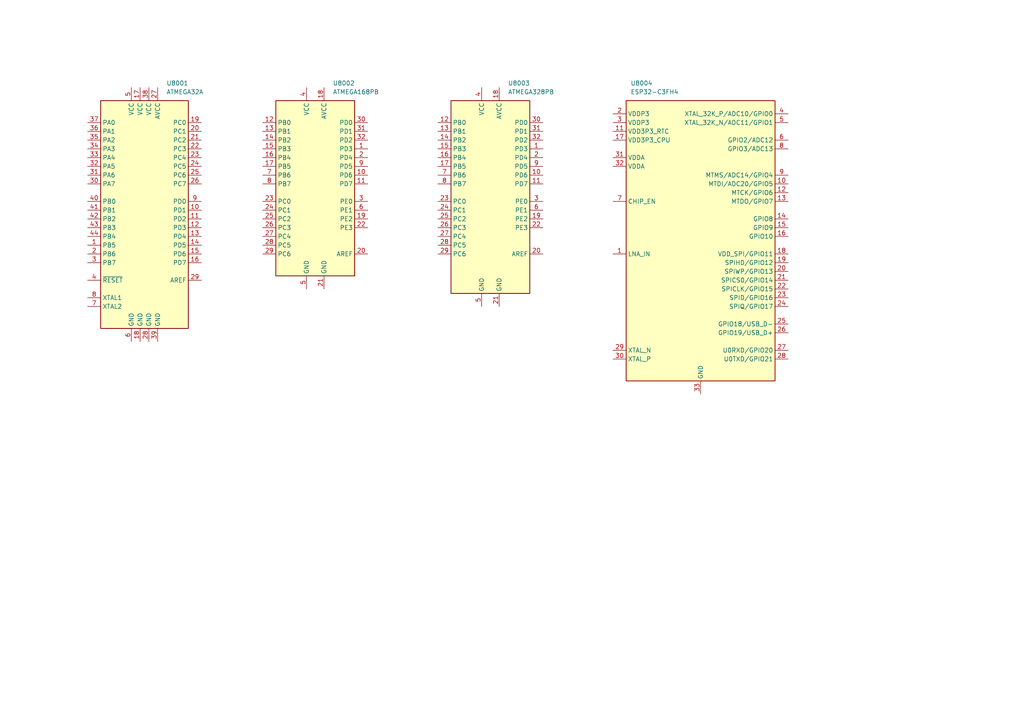
<source format=kicad_sch>
(kicad_sch
	(version 20250114)
	(generator "eeschema")
	(generator_version "9.0")
	(uuid "ed99596e-f605-4b5f-a4c2-cdf026f2e7c3")
	(paper "A4")
	(title_block
		(title "Integrated circuits")
		(date "2026-01-06")
		(rev "1")
		(comment 1 "-")
		(comment 2 "-")
	)
	(lib_symbols
		(symbol "lily_symbols:ic_micro_controller_ATMEGA168PB_tqfp32"
			(exclude_from_sim no)
			(in_bom yes)
			(on_board yes)
			(property "Reference" "U"
				(at 20.32 11.43 0)
				(effects
					(font
						(size 1.27 1.27)
					)
					(justify left)
				)
			)
			(property "Value" "ATMEGA168PB"
				(at 20.32 8.89 0)
				(effects
					(font
						(size 1.27 1.27)
					)
					(justify left)
				)
			)
			(property "Footprint" "lily_footprints:tqfp32_pitch0.8_7x7mm"
				(at 15.24 -66.04 0)
				(effects
					(font
						(size 1.27 1.27)
					)
					(hide yes)
				)
			)
			(property "Datasheet" "https://lilytronics.github.io/lily_kicad_lib/datasheets/microchip/ATMEGA48_88_168PB.pdf"
				(at 15.24 -78.74 0)
				(effects
					(font
						(size 1.27 1.27)
					)
					(hide yes)
				)
			)
			(property "Description" ""
				(at 0 0 0)
				(effects
					(font
						(size 1.27 1.27)
					)
					(hide yes)
				)
			)
			(property "Revision" "1"
				(at 15.24 -60.96 0)
				(effects
					(font
						(size 1.27 1.27)
					)
					(hide yes)
				)
			)
			(property "Status" "Active"
				(at 15.24 -63.5 0)
				(effects
					(font
						(size 1.27 1.27)
					)
					(hide yes)
				)
			)
			(property "Manufacturer" "Microchip Tech"
				(at 15.24 -68.58 0)
				(effects
					(font
						(size 1.27 1.27)
					)
					(hide yes)
				)
			)
			(property "Manufacturer_ID" "ATMEGA168PB-AU"
				(at 15.24 -71.12 0)
				(effects
					(font
						(size 1.27 1.27)
					)
					(hide yes)
				)
			)
			(property "Lily_ID" "NO_ID"
				(at 15.24 -73.66 0)
				(effects
					(font
						(size 1.27 1.27)
					)
					(hide yes)
				)
			)
			(property "JLCPCB_ID" "C194438"
				(at 14.605 -76.2 0)
				(effects
					(font
						(size 1.27 1.27)
					)
					(hide yes)
				)
			)
			(symbol "ic_micro_controller_ATMEGA168PB_tqfp32_0_1"
				(rectangle
					(start 3.81 6.35)
					(end 26.67 -44.45)
					(stroke
						(width 0.254)
						(type default)
					)
					(fill
						(type background)
					)
				)
			)
			(symbol "ic_micro_controller_ATMEGA168PB_tqfp32_1_1"
				(pin bidirectional line
					(at 0 0 0)
					(length 3.81)
					(name "PB0"
						(effects
							(font
								(size 1.27 1.27)
							)
						)
					)
					(number "12"
						(effects
							(font
								(size 1.27 1.27)
							)
						)
					)
				)
				(pin bidirectional line
					(at 0 -2.54 0)
					(length 3.81)
					(name "PB1"
						(effects
							(font
								(size 1.27 1.27)
							)
						)
					)
					(number "13"
						(effects
							(font
								(size 1.27 1.27)
							)
						)
					)
				)
				(pin bidirectional line
					(at 0 -5.08 0)
					(length 3.81)
					(name "PB2"
						(effects
							(font
								(size 1.27 1.27)
							)
						)
					)
					(number "14"
						(effects
							(font
								(size 1.27 1.27)
							)
						)
					)
				)
				(pin bidirectional line
					(at 0 -7.62 0)
					(length 3.81)
					(name "PB3"
						(effects
							(font
								(size 1.27 1.27)
							)
						)
					)
					(number "15"
						(effects
							(font
								(size 1.27 1.27)
							)
						)
					)
				)
				(pin bidirectional line
					(at 0 -10.16 0)
					(length 3.81)
					(name "PB4"
						(effects
							(font
								(size 1.27 1.27)
							)
						)
					)
					(number "16"
						(effects
							(font
								(size 1.27 1.27)
							)
						)
					)
				)
				(pin bidirectional line
					(at 0 -12.7 0)
					(length 3.81)
					(name "PB5"
						(effects
							(font
								(size 1.27 1.27)
							)
						)
					)
					(number "17"
						(effects
							(font
								(size 1.27 1.27)
							)
						)
					)
				)
				(pin bidirectional line
					(at 0 -15.24 0)
					(length 3.81)
					(name "PB6"
						(effects
							(font
								(size 1.27 1.27)
							)
						)
					)
					(number "7"
						(effects
							(font
								(size 1.27 1.27)
							)
						)
					)
				)
				(pin bidirectional line
					(at 0 -17.78 0)
					(length 3.81)
					(name "PB7"
						(effects
							(font
								(size 1.27 1.27)
							)
						)
					)
					(number "8"
						(effects
							(font
								(size 1.27 1.27)
							)
						)
					)
				)
				(pin bidirectional line
					(at 0 -22.86 0)
					(length 3.81)
					(name "PC0"
						(effects
							(font
								(size 1.27 1.27)
							)
						)
					)
					(number "23"
						(effects
							(font
								(size 1.27 1.27)
							)
						)
					)
				)
				(pin bidirectional line
					(at 0 -25.4 0)
					(length 3.81)
					(name "PC1"
						(effects
							(font
								(size 1.27 1.27)
							)
						)
					)
					(number "24"
						(effects
							(font
								(size 1.27 1.27)
							)
						)
					)
				)
				(pin bidirectional line
					(at 0 -27.94 0)
					(length 3.81)
					(name "PC2"
						(effects
							(font
								(size 1.27 1.27)
							)
						)
					)
					(number "25"
						(effects
							(font
								(size 1.27 1.27)
							)
						)
					)
				)
				(pin bidirectional line
					(at 0 -30.48 0)
					(length 3.81)
					(name "PC3"
						(effects
							(font
								(size 1.27 1.27)
							)
						)
					)
					(number "26"
						(effects
							(font
								(size 1.27 1.27)
							)
						)
					)
				)
				(pin bidirectional line
					(at 0 -33.02 0)
					(length 3.81)
					(name "PC4"
						(effects
							(font
								(size 1.27 1.27)
							)
						)
					)
					(number "27"
						(effects
							(font
								(size 1.27 1.27)
							)
						)
					)
				)
				(pin bidirectional line
					(at 0 -35.56 0)
					(length 3.81)
					(name "PC5"
						(effects
							(font
								(size 1.27 1.27)
							)
						)
					)
					(number "28"
						(effects
							(font
								(size 1.27 1.27)
							)
						)
					)
				)
				(pin bidirectional line
					(at 0 -38.1 0)
					(length 3.81)
					(name "PC6"
						(effects
							(font
								(size 1.27 1.27)
							)
						)
					)
					(number "29"
						(effects
							(font
								(size 1.27 1.27)
							)
						)
					)
				)
				(pin power_in line
					(at 12.7 10.16 270)
					(length 3.81)
					(name "VCC"
						(effects
							(font
								(size 1.27 1.27)
							)
						)
					)
					(number "4"
						(effects
							(font
								(size 1.27 1.27)
							)
						)
					)
				)
				(pin power_in line
					(at 12.7 -48.26 90)
					(length 3.81)
					(name "GND"
						(effects
							(font
								(size 1.27 1.27)
							)
						)
					)
					(number "5"
						(effects
							(font
								(size 1.27 1.27)
							)
						)
					)
				)
				(pin power_in line
					(at 17.78 10.16 270)
					(length 3.81)
					(name "AVCC"
						(effects
							(font
								(size 1.27 1.27)
							)
						)
					)
					(number "18"
						(effects
							(font
								(size 1.27 1.27)
							)
						)
					)
				)
				(pin power_in line
					(at 17.78 -48.26 90)
					(length 3.81)
					(name "GND"
						(effects
							(font
								(size 1.27 1.27)
							)
						)
					)
					(number "21"
						(effects
							(font
								(size 1.27 1.27)
							)
						)
					)
				)
				(pin bidirectional line
					(at 30.48 0 180)
					(length 3.81)
					(name "PD0"
						(effects
							(font
								(size 1.27 1.27)
							)
						)
					)
					(number "30"
						(effects
							(font
								(size 1.27 1.27)
							)
						)
					)
				)
				(pin bidirectional line
					(at 30.48 -2.54 180)
					(length 3.81)
					(name "PD1"
						(effects
							(font
								(size 1.27 1.27)
							)
						)
					)
					(number "31"
						(effects
							(font
								(size 1.27 1.27)
							)
						)
					)
				)
				(pin bidirectional line
					(at 30.48 -5.08 180)
					(length 3.81)
					(name "PD2"
						(effects
							(font
								(size 1.27 1.27)
							)
						)
					)
					(number "32"
						(effects
							(font
								(size 1.27 1.27)
							)
						)
					)
				)
				(pin bidirectional line
					(at 30.48 -7.62 180)
					(length 3.81)
					(name "PD3"
						(effects
							(font
								(size 1.27 1.27)
							)
						)
					)
					(number "1"
						(effects
							(font
								(size 1.27 1.27)
							)
						)
					)
				)
				(pin bidirectional line
					(at 30.48 -10.16 180)
					(length 3.81)
					(name "PD4"
						(effects
							(font
								(size 1.27 1.27)
							)
						)
					)
					(number "2"
						(effects
							(font
								(size 1.27 1.27)
							)
						)
					)
				)
				(pin bidirectional line
					(at 30.48 -12.7 180)
					(length 3.81)
					(name "PD5"
						(effects
							(font
								(size 1.27 1.27)
							)
						)
					)
					(number "9"
						(effects
							(font
								(size 1.27 1.27)
							)
						)
					)
				)
				(pin bidirectional line
					(at 30.48 -15.24 180)
					(length 3.81)
					(name "PD6"
						(effects
							(font
								(size 1.27 1.27)
							)
						)
					)
					(number "10"
						(effects
							(font
								(size 1.27 1.27)
							)
						)
					)
				)
				(pin bidirectional line
					(at 30.48 -17.78 180)
					(length 3.81)
					(name "PD7"
						(effects
							(font
								(size 1.27 1.27)
							)
						)
					)
					(number "11"
						(effects
							(font
								(size 1.27 1.27)
							)
						)
					)
				)
				(pin bidirectional line
					(at 30.48 -22.86 180)
					(length 3.81)
					(name "PE0"
						(effects
							(font
								(size 1.27 1.27)
							)
						)
					)
					(number "3"
						(effects
							(font
								(size 1.27 1.27)
							)
						)
					)
				)
				(pin bidirectional line
					(at 30.48 -25.4 180)
					(length 3.81)
					(name "PE1"
						(effects
							(font
								(size 1.27 1.27)
							)
						)
					)
					(number "6"
						(effects
							(font
								(size 1.27 1.27)
							)
						)
					)
				)
				(pin bidirectional line
					(at 30.48 -27.94 180)
					(length 3.81)
					(name "PE2"
						(effects
							(font
								(size 1.27 1.27)
							)
						)
					)
					(number "19"
						(effects
							(font
								(size 1.27 1.27)
							)
						)
					)
				)
				(pin bidirectional line
					(at 30.48 -30.48 180)
					(length 3.81)
					(name "PE3"
						(effects
							(font
								(size 1.27 1.27)
							)
						)
					)
					(number "22"
						(effects
							(font
								(size 1.27 1.27)
							)
						)
					)
				)
				(pin power_in line
					(at 30.48 -38.1 180)
					(length 3.81)
					(name "AREF"
						(effects
							(font
								(size 1.27 1.27)
							)
						)
					)
					(number "20"
						(effects
							(font
								(size 1.27 1.27)
							)
						)
					)
				)
			)
			(embedded_fonts no)
		)
		(symbol "lily_symbols:ic_micro_controller_ATMEGA328PB_tqfp32"
			(exclude_from_sim no)
			(in_bom yes)
			(on_board yes)
			(property "Reference" "U"
				(at 20.32 11.43 0)
				(effects
					(font
						(size 1.27 1.27)
					)
					(justify left)
				)
			)
			(property "Value" "ATMEGA328PB"
				(at 20.32 8.89 0)
				(effects
					(font
						(size 1.27 1.27)
					)
					(justify left)
				)
			)
			(property "Footprint" "lily_footprints:tqfp32_pitch0.8_7x7mm"
				(at 15.24 -68.58 0)
				(effects
					(font
						(size 1.27 1.27)
					)
					(hide yes)
				)
			)
			(property "Datasheet" "https://lilytronics.github.io/lily_kicad_lib/datasheets/microchip/ATMEGA328PB.pdf"
				(at 15.24 -81.28 0)
				(effects
					(font
						(size 1.27 1.27)
					)
					(hide yes)
				)
			)
			(property "Description" ""
				(at 0 0 0)
				(effects
					(font
						(size 1.27 1.27)
					)
					(hide yes)
				)
			)
			(property "Revision" "1"
				(at 15.24 -63.5 0)
				(effects
					(font
						(size 1.27 1.27)
					)
					(hide yes)
				)
			)
			(property "Status" "Active"
				(at 15.24 -66.04 0)
				(effects
					(font
						(size 1.27 1.27)
					)
					(hide yes)
				)
			)
			(property "Manufacturer" "Microchip Tech"
				(at 15.24 -71.12 0)
				(effects
					(font
						(size 1.27 1.27)
					)
					(hide yes)
				)
			)
			(property "Manufacturer_ID" "ATMEGA328PB-AU"
				(at 15.24 -73.66 0)
				(effects
					(font
						(size 1.27 1.27)
					)
					(hide yes)
				)
			)
			(property "Lily_ID" "NO_ID"
				(at 15.24 -76.2 0)
				(effects
					(font
						(size 1.27 1.27)
					)
					(hide yes)
				)
			)
			(property "JLCPCB_ID" "C132230"
				(at 14.605 -78.74 0)
				(effects
					(font
						(size 1.27 1.27)
					)
					(hide yes)
				)
			)
			(symbol "ic_micro_controller_ATMEGA328PB_tqfp32_0_1"
				(rectangle
					(start 3.81 6.35)
					(end 26.67 -49.53)
					(stroke
						(width 0.254)
						(type default)
					)
					(fill
						(type background)
					)
				)
			)
			(symbol "ic_micro_controller_ATMEGA328PB_tqfp32_1_1"
				(pin bidirectional line
					(at 0 0 0)
					(length 3.81)
					(name "PB0"
						(effects
							(font
								(size 1.27 1.27)
							)
						)
					)
					(number "12"
						(effects
							(font
								(size 1.27 1.27)
							)
						)
					)
				)
				(pin bidirectional line
					(at 0 -2.54 0)
					(length 3.81)
					(name "PB1"
						(effects
							(font
								(size 1.27 1.27)
							)
						)
					)
					(number "13"
						(effects
							(font
								(size 1.27 1.27)
							)
						)
					)
				)
				(pin bidirectional line
					(at 0 -5.08 0)
					(length 3.81)
					(name "PB2"
						(effects
							(font
								(size 1.27 1.27)
							)
						)
					)
					(number "14"
						(effects
							(font
								(size 1.27 1.27)
							)
						)
					)
				)
				(pin bidirectional line
					(at 0 -7.62 0)
					(length 3.81)
					(name "PB3"
						(effects
							(font
								(size 1.27 1.27)
							)
						)
					)
					(number "15"
						(effects
							(font
								(size 1.27 1.27)
							)
						)
					)
				)
				(pin bidirectional line
					(at 0 -10.16 0)
					(length 3.81)
					(name "PB4"
						(effects
							(font
								(size 1.27 1.27)
							)
						)
					)
					(number "16"
						(effects
							(font
								(size 1.27 1.27)
							)
						)
					)
				)
				(pin bidirectional line
					(at 0 -12.7 0)
					(length 3.81)
					(name "PB5"
						(effects
							(font
								(size 1.27 1.27)
							)
						)
					)
					(number "17"
						(effects
							(font
								(size 1.27 1.27)
							)
						)
					)
				)
				(pin bidirectional line
					(at 0 -15.24 0)
					(length 3.81)
					(name "PB6"
						(effects
							(font
								(size 1.27 1.27)
							)
						)
					)
					(number "7"
						(effects
							(font
								(size 1.27 1.27)
							)
						)
					)
				)
				(pin bidirectional line
					(at 0 -17.78 0)
					(length 3.81)
					(name "PB7"
						(effects
							(font
								(size 1.27 1.27)
							)
						)
					)
					(number "8"
						(effects
							(font
								(size 1.27 1.27)
							)
						)
					)
				)
				(pin bidirectional line
					(at 0 -22.86 0)
					(length 3.81)
					(name "PC0"
						(effects
							(font
								(size 1.27 1.27)
							)
						)
					)
					(number "23"
						(effects
							(font
								(size 1.27 1.27)
							)
						)
					)
				)
				(pin bidirectional line
					(at 0 -25.4 0)
					(length 3.81)
					(name "PC1"
						(effects
							(font
								(size 1.27 1.27)
							)
						)
					)
					(number "24"
						(effects
							(font
								(size 1.27 1.27)
							)
						)
					)
				)
				(pin bidirectional line
					(at 0 -27.94 0)
					(length 3.81)
					(name "PC2"
						(effects
							(font
								(size 1.27 1.27)
							)
						)
					)
					(number "25"
						(effects
							(font
								(size 1.27 1.27)
							)
						)
					)
				)
				(pin bidirectional line
					(at 0 -30.48 0)
					(length 3.81)
					(name "PC3"
						(effects
							(font
								(size 1.27 1.27)
							)
						)
					)
					(number "26"
						(effects
							(font
								(size 1.27 1.27)
							)
						)
					)
				)
				(pin bidirectional line
					(at 0 -33.02 0)
					(length 3.81)
					(name "PC4"
						(effects
							(font
								(size 1.27 1.27)
							)
						)
					)
					(number "27"
						(effects
							(font
								(size 1.27 1.27)
							)
						)
					)
				)
				(pin bidirectional line
					(at 0 -35.56 0)
					(length 3.81)
					(name "PC5"
						(effects
							(font
								(size 1.27 1.27)
							)
						)
					)
					(number "28"
						(effects
							(font
								(size 1.27 1.27)
							)
						)
					)
				)
				(pin bidirectional line
					(at 0 -38.1 0)
					(length 3.81)
					(name "PC6"
						(effects
							(font
								(size 1.27 1.27)
							)
						)
					)
					(number "29"
						(effects
							(font
								(size 1.27 1.27)
							)
						)
					)
				)
				(pin power_in line
					(at 12.7 10.16 270)
					(length 3.81)
					(name "VCC"
						(effects
							(font
								(size 1.27 1.27)
							)
						)
					)
					(number "4"
						(effects
							(font
								(size 1.27 1.27)
							)
						)
					)
				)
				(pin power_in line
					(at 12.7 -53.34 90)
					(length 3.81)
					(name "GND"
						(effects
							(font
								(size 1.27 1.27)
							)
						)
					)
					(number "5"
						(effects
							(font
								(size 1.27 1.27)
							)
						)
					)
				)
				(pin power_in line
					(at 17.78 10.16 270)
					(length 3.81)
					(name "AVCC"
						(effects
							(font
								(size 1.27 1.27)
							)
						)
					)
					(number "18"
						(effects
							(font
								(size 1.27 1.27)
							)
						)
					)
				)
				(pin power_in line
					(at 17.78 -53.34 90)
					(length 3.81)
					(name "GND"
						(effects
							(font
								(size 1.27 1.27)
							)
						)
					)
					(number "21"
						(effects
							(font
								(size 1.27 1.27)
							)
						)
					)
				)
				(pin bidirectional line
					(at 30.48 0 180)
					(length 3.81)
					(name "PD0"
						(effects
							(font
								(size 1.27 1.27)
							)
						)
					)
					(number "30"
						(effects
							(font
								(size 1.27 1.27)
							)
						)
					)
				)
				(pin bidirectional line
					(at 30.48 -2.54 180)
					(length 3.81)
					(name "PD1"
						(effects
							(font
								(size 1.27 1.27)
							)
						)
					)
					(number "31"
						(effects
							(font
								(size 1.27 1.27)
							)
						)
					)
				)
				(pin bidirectional line
					(at 30.48 -5.08 180)
					(length 3.81)
					(name "PD2"
						(effects
							(font
								(size 1.27 1.27)
							)
						)
					)
					(number "32"
						(effects
							(font
								(size 1.27 1.27)
							)
						)
					)
				)
				(pin bidirectional line
					(at 30.48 -7.62 180)
					(length 3.81)
					(name "PD3"
						(effects
							(font
								(size 1.27 1.27)
							)
						)
					)
					(number "1"
						(effects
							(font
								(size 1.27 1.27)
							)
						)
					)
				)
				(pin bidirectional line
					(at 30.48 -10.16 180)
					(length 3.81)
					(name "PD4"
						(effects
							(font
								(size 1.27 1.27)
							)
						)
					)
					(number "2"
						(effects
							(font
								(size 1.27 1.27)
							)
						)
					)
				)
				(pin bidirectional line
					(at 30.48 -12.7 180)
					(length 3.81)
					(name "PD5"
						(effects
							(font
								(size 1.27 1.27)
							)
						)
					)
					(number "9"
						(effects
							(font
								(size 1.27 1.27)
							)
						)
					)
				)
				(pin bidirectional line
					(at 30.48 -15.24 180)
					(length 3.81)
					(name "PD6"
						(effects
							(font
								(size 1.27 1.27)
							)
						)
					)
					(number "10"
						(effects
							(font
								(size 1.27 1.27)
							)
						)
					)
				)
				(pin bidirectional line
					(at 30.48 -17.78 180)
					(length 3.81)
					(name "PD7"
						(effects
							(font
								(size 1.27 1.27)
							)
						)
					)
					(number "11"
						(effects
							(font
								(size 1.27 1.27)
							)
						)
					)
				)
				(pin bidirectional line
					(at 30.48 -22.86 180)
					(length 3.81)
					(name "PE0"
						(effects
							(font
								(size 1.27 1.27)
							)
						)
					)
					(number "3"
						(effects
							(font
								(size 1.27 1.27)
							)
						)
					)
				)
				(pin bidirectional line
					(at 30.48 -25.4 180)
					(length 3.81)
					(name "PE1"
						(effects
							(font
								(size 1.27 1.27)
							)
						)
					)
					(number "6"
						(effects
							(font
								(size 1.27 1.27)
							)
						)
					)
				)
				(pin bidirectional line
					(at 30.48 -27.94 180)
					(length 3.81)
					(name "PE2"
						(effects
							(font
								(size 1.27 1.27)
							)
						)
					)
					(number "19"
						(effects
							(font
								(size 1.27 1.27)
							)
						)
					)
				)
				(pin bidirectional line
					(at 30.48 -30.48 180)
					(length 3.81)
					(name "PE3"
						(effects
							(font
								(size 1.27 1.27)
							)
						)
					)
					(number "22"
						(effects
							(font
								(size 1.27 1.27)
							)
						)
					)
				)
				(pin power_in line
					(at 30.48 -38.1 180)
					(length 3.81)
					(name "AREF"
						(effects
							(font
								(size 1.27 1.27)
							)
						)
					)
					(number "20"
						(effects
							(font
								(size 1.27 1.27)
							)
						)
					)
				)
			)
			(embedded_fonts no)
		)
		(symbol "lily_symbols:ic_micro_controller_ATMEGA32A_tqfp44"
			(exclude_from_sim no)
			(in_bom yes)
			(on_board yes)
			(property "Reference" "U"
				(at 22.86 11.43 0)
				(effects
					(font
						(size 1.27 1.27)
					)
					(justify left)
				)
			)
			(property "Value" "ATMEGA32A"
				(at 22.86 8.89 0)
				(effects
					(font
						(size 1.27 1.27)
					)
					(justify left)
				)
			)
			(property "Footprint" "lily_footprints:tqfp44_pitch0.8_10x10mm"
				(at 16.51 -81.28 0)
				(effects
					(font
						(size 1.27 1.27)
					)
					(hide yes)
				)
			)
			(property "Datasheet" "https://lilytronics.github.io/lily_kicad_lib/datasheets/microchip/ATMEGA32A.pdf"
				(at -11.43 11.43 0)
				(effects
					(font
						(size 1.27 1.27)
					)
					(hide yes)
				)
			)
			(property "Description" ""
				(at 0 0 0)
				(effects
					(font
						(size 1.27 1.27)
					)
					(hide yes)
				)
			)
			(property "Revision" "1"
				(at 16.51 -76.2 0)
				(effects
					(font
						(size 1.27 1.27)
					)
					(hide yes)
				)
			)
			(property "Status" "Active"
				(at 16.51 -78.74 0)
				(effects
					(font
						(size 1.27 1.27)
					)
					(hide yes)
				)
			)
			(property "Manufacturer" "Microchip Tech"
				(at 16.51 -83.82 0)
				(effects
					(font
						(size 1.27 1.27)
					)
					(hide yes)
				)
			)
			(property "Manufacturer_ID" "ATMEGA32A-AU"
				(at 16.51 -86.36 0)
				(effects
					(font
						(size 1.27 1.27)
					)
					(hide yes)
				)
			)
			(property "Lily_ID" "NO_ID"
				(at 16.51 -88.9 0)
				(effects
					(font
						(size 1.27 1.27)
					)
					(hide yes)
				)
			)
			(property "JLCPCB_ID" "C5659"
				(at 16.51 -91.44 0)
				(effects
					(font
						(size 1.27 1.27)
					)
					(hide yes)
				)
			)
			(symbol "ic_micro_controller_ATMEGA32A_tqfp44_0_1"
				(rectangle
					(start 3.81 6.35)
					(end 29.21 -59.69)
					(stroke
						(width 0.254)
						(type default)
					)
					(fill
						(type background)
					)
				)
			)
			(symbol "ic_micro_controller_ATMEGA32A_tqfp44_1_1"
				(pin bidirectional line
					(at 0 0 0)
					(length 3.81)
					(name "PA0"
						(effects
							(font
								(size 1.27 1.27)
							)
						)
					)
					(number "37"
						(effects
							(font
								(size 1.27 1.27)
							)
						)
					)
				)
				(pin bidirectional line
					(at 0 -2.54 0)
					(length 3.81)
					(name "PA1"
						(effects
							(font
								(size 1.27 1.27)
							)
						)
					)
					(number "36"
						(effects
							(font
								(size 1.27 1.27)
							)
						)
					)
				)
				(pin bidirectional line
					(at 0 -5.08 0)
					(length 3.81)
					(name "PA2"
						(effects
							(font
								(size 1.27 1.27)
							)
						)
					)
					(number "35"
						(effects
							(font
								(size 1.27 1.27)
							)
						)
					)
				)
				(pin bidirectional line
					(at 0 -7.62 0)
					(length 3.81)
					(name "PA3"
						(effects
							(font
								(size 1.27 1.27)
							)
						)
					)
					(number "34"
						(effects
							(font
								(size 1.27 1.27)
							)
						)
					)
				)
				(pin bidirectional line
					(at 0 -10.16 0)
					(length 3.81)
					(name "PA4"
						(effects
							(font
								(size 1.27 1.27)
							)
						)
					)
					(number "33"
						(effects
							(font
								(size 1.27 1.27)
							)
						)
					)
				)
				(pin bidirectional line
					(at 0 -12.7 0)
					(length 3.81)
					(name "PA5"
						(effects
							(font
								(size 1.27 1.27)
							)
						)
					)
					(number "32"
						(effects
							(font
								(size 1.27 1.27)
							)
						)
					)
				)
				(pin bidirectional line
					(at 0 -15.24 0)
					(length 3.81)
					(name "PA6"
						(effects
							(font
								(size 1.27 1.27)
							)
						)
					)
					(number "31"
						(effects
							(font
								(size 1.27 1.27)
							)
						)
					)
				)
				(pin bidirectional line
					(at 0 -17.78 0)
					(length 3.81)
					(name "PA7"
						(effects
							(font
								(size 1.27 1.27)
							)
						)
					)
					(number "30"
						(effects
							(font
								(size 1.27 1.27)
							)
						)
					)
				)
				(pin bidirectional line
					(at 0 -22.86 0)
					(length 3.81)
					(name "PB0"
						(effects
							(font
								(size 1.27 1.27)
							)
						)
					)
					(number "40"
						(effects
							(font
								(size 1.27 1.27)
							)
						)
					)
				)
				(pin bidirectional line
					(at 0 -25.4 0)
					(length 3.81)
					(name "PB1"
						(effects
							(font
								(size 1.27 1.27)
							)
						)
					)
					(number "41"
						(effects
							(font
								(size 1.27 1.27)
							)
						)
					)
				)
				(pin bidirectional line
					(at 0 -27.94 0)
					(length 3.81)
					(name "PB2"
						(effects
							(font
								(size 1.27 1.27)
							)
						)
					)
					(number "42"
						(effects
							(font
								(size 1.27 1.27)
							)
						)
					)
				)
				(pin bidirectional line
					(at 0 -30.48 0)
					(length 3.81)
					(name "PB3"
						(effects
							(font
								(size 1.27 1.27)
							)
						)
					)
					(number "43"
						(effects
							(font
								(size 1.27 1.27)
							)
						)
					)
				)
				(pin bidirectional line
					(at 0 -33.02 0)
					(length 3.81)
					(name "PB4"
						(effects
							(font
								(size 1.27 1.27)
							)
						)
					)
					(number "44"
						(effects
							(font
								(size 1.27 1.27)
							)
						)
					)
				)
				(pin bidirectional line
					(at 0 -35.56 0)
					(length 3.81)
					(name "PB5"
						(effects
							(font
								(size 1.27 1.27)
							)
						)
					)
					(number "1"
						(effects
							(font
								(size 1.27 1.27)
							)
						)
					)
				)
				(pin bidirectional line
					(at 0 -38.1 0)
					(length 3.81)
					(name "PB6"
						(effects
							(font
								(size 1.27 1.27)
							)
						)
					)
					(number "2"
						(effects
							(font
								(size 1.27 1.27)
							)
						)
					)
				)
				(pin bidirectional line
					(at 0 -40.64 0)
					(length 3.81)
					(name "PB7"
						(effects
							(font
								(size 1.27 1.27)
							)
						)
					)
					(number "3"
						(effects
							(font
								(size 1.27 1.27)
							)
						)
					)
				)
				(pin input line
					(at 0 -45.72 0)
					(length 3.81)
					(name "~{RESET}"
						(effects
							(font
								(size 1.27 1.27)
							)
						)
					)
					(number "4"
						(effects
							(font
								(size 1.27 1.27)
							)
						)
					)
				)
				(pin bidirectional line
					(at 0 -50.8 0)
					(length 3.81)
					(name "XTAL1"
						(effects
							(font
								(size 1.27 1.27)
							)
						)
					)
					(number "8"
						(effects
							(font
								(size 1.27 1.27)
							)
						)
					)
				)
				(pin bidirectional line
					(at 0 -53.34 0)
					(length 3.81)
					(name "XTAL2"
						(effects
							(font
								(size 1.27 1.27)
							)
						)
					)
					(number "7"
						(effects
							(font
								(size 1.27 1.27)
							)
						)
					)
				)
				(pin power_in line
					(at 12.7 10.16 270)
					(length 3.81)
					(name "VCC"
						(effects
							(font
								(size 1.27 1.27)
							)
						)
					)
					(number "5"
						(effects
							(font
								(size 1.27 1.27)
							)
						)
					)
				)
				(pin power_in line
					(at 12.7 -63.5 90)
					(length 3.81)
					(name "GND"
						(effects
							(font
								(size 1.27 1.27)
							)
						)
					)
					(number "6"
						(effects
							(font
								(size 1.27 1.27)
							)
						)
					)
				)
				(pin power_in line
					(at 15.24 10.16 270)
					(length 3.81)
					(name "VCC"
						(effects
							(font
								(size 1.27 1.27)
							)
						)
					)
					(number "17"
						(effects
							(font
								(size 1.27 1.27)
							)
						)
					)
				)
				(pin power_in line
					(at 15.24 -63.5 90)
					(length 3.81)
					(name "GND"
						(effects
							(font
								(size 1.27 1.27)
							)
						)
					)
					(number "18"
						(effects
							(font
								(size 1.27 1.27)
							)
						)
					)
				)
				(pin power_in line
					(at 17.78 10.16 270)
					(length 3.81)
					(name "VCC"
						(effects
							(font
								(size 1.27 1.27)
							)
						)
					)
					(number "38"
						(effects
							(font
								(size 1.27 1.27)
							)
						)
					)
				)
				(pin power_in line
					(at 17.78 -63.5 90)
					(length 3.81)
					(name "GND"
						(effects
							(font
								(size 1.27 1.27)
							)
						)
					)
					(number "28"
						(effects
							(font
								(size 1.27 1.27)
							)
						)
					)
				)
				(pin power_in line
					(at 20.32 10.16 270)
					(length 3.81)
					(name "AVCC"
						(effects
							(font
								(size 1.27 1.27)
							)
						)
					)
					(number "27"
						(effects
							(font
								(size 1.27 1.27)
							)
						)
					)
				)
				(pin power_in line
					(at 20.32 -63.5 90)
					(length 3.81)
					(name "GND"
						(effects
							(font
								(size 1.27 1.27)
							)
						)
					)
					(number "39"
						(effects
							(font
								(size 1.27 1.27)
							)
						)
					)
				)
				(pin bidirectional line
					(at 33.02 0 180)
					(length 3.81)
					(name "PC0"
						(effects
							(font
								(size 1.27 1.27)
							)
						)
					)
					(number "19"
						(effects
							(font
								(size 1.27 1.27)
							)
						)
					)
				)
				(pin bidirectional line
					(at 33.02 -2.54 180)
					(length 3.81)
					(name "PC1"
						(effects
							(font
								(size 1.27 1.27)
							)
						)
					)
					(number "20"
						(effects
							(font
								(size 1.27 1.27)
							)
						)
					)
				)
				(pin bidirectional line
					(at 33.02 -5.08 180)
					(length 3.81)
					(name "PC2"
						(effects
							(font
								(size 1.27 1.27)
							)
						)
					)
					(number "21"
						(effects
							(font
								(size 1.27 1.27)
							)
						)
					)
				)
				(pin bidirectional line
					(at 33.02 -7.62 180)
					(length 3.81)
					(name "PC3"
						(effects
							(font
								(size 1.27 1.27)
							)
						)
					)
					(number "22"
						(effects
							(font
								(size 1.27 1.27)
							)
						)
					)
				)
				(pin bidirectional line
					(at 33.02 -10.16 180)
					(length 3.81)
					(name "PC4"
						(effects
							(font
								(size 1.27 1.27)
							)
						)
					)
					(number "23"
						(effects
							(font
								(size 1.27 1.27)
							)
						)
					)
				)
				(pin bidirectional line
					(at 33.02 -12.7 180)
					(length 3.81)
					(name "PC5"
						(effects
							(font
								(size 1.27 1.27)
							)
						)
					)
					(number "24"
						(effects
							(font
								(size 1.27 1.27)
							)
						)
					)
				)
				(pin bidirectional line
					(at 33.02 -15.24 180)
					(length 3.81)
					(name "PC6"
						(effects
							(font
								(size 1.27 1.27)
							)
						)
					)
					(number "25"
						(effects
							(font
								(size 1.27 1.27)
							)
						)
					)
				)
				(pin bidirectional line
					(at 33.02 -17.78 180)
					(length 3.81)
					(name "PC7"
						(effects
							(font
								(size 1.27 1.27)
							)
						)
					)
					(number "26"
						(effects
							(font
								(size 1.27 1.27)
							)
						)
					)
				)
				(pin bidirectional line
					(at 33.02 -22.86 180)
					(length 3.81)
					(name "PD0"
						(effects
							(font
								(size 1.27 1.27)
							)
						)
					)
					(number "9"
						(effects
							(font
								(size 1.27 1.27)
							)
						)
					)
				)
				(pin bidirectional line
					(at 33.02 -25.4 180)
					(length 3.81)
					(name "PD1"
						(effects
							(font
								(size 1.27 1.27)
							)
						)
					)
					(number "10"
						(effects
							(font
								(size 1.27 1.27)
							)
						)
					)
				)
				(pin bidirectional line
					(at 33.02 -27.94 180)
					(length 3.81)
					(name "PD2"
						(effects
							(font
								(size 1.27 1.27)
							)
						)
					)
					(number "11"
						(effects
							(font
								(size 1.27 1.27)
							)
						)
					)
				)
				(pin bidirectional line
					(at 33.02 -30.48 180)
					(length 3.81)
					(name "PD3"
						(effects
							(font
								(size 1.27 1.27)
							)
						)
					)
					(number "12"
						(effects
							(font
								(size 1.27 1.27)
							)
						)
					)
				)
				(pin bidirectional line
					(at 33.02 -33.02 180)
					(length 3.81)
					(name "PD4"
						(effects
							(font
								(size 1.27 1.27)
							)
						)
					)
					(number "13"
						(effects
							(font
								(size 1.27 1.27)
							)
						)
					)
				)
				(pin bidirectional line
					(at 33.02 -35.56 180)
					(length 3.81)
					(name "PD5"
						(effects
							(font
								(size 1.27 1.27)
							)
						)
					)
					(number "14"
						(effects
							(font
								(size 1.27 1.27)
							)
						)
					)
				)
				(pin bidirectional line
					(at 33.02 -38.1 180)
					(length 3.81)
					(name "PD6"
						(effects
							(font
								(size 1.27 1.27)
							)
						)
					)
					(number "15"
						(effects
							(font
								(size 1.27 1.27)
							)
						)
					)
				)
				(pin bidirectional line
					(at 33.02 -40.64 180)
					(length 3.81)
					(name "PD7"
						(effects
							(font
								(size 1.27 1.27)
							)
						)
					)
					(number "16"
						(effects
							(font
								(size 1.27 1.27)
							)
						)
					)
				)
				(pin power_in line
					(at 33.02 -45.72 180)
					(length 3.81)
					(name "AREF"
						(effects
							(font
								(size 1.27 1.27)
							)
						)
					)
					(number "29"
						(effects
							(font
								(size 1.27 1.27)
							)
						)
					)
				)
			)
			(embedded_fonts no)
		)
		(symbol "lily_symbols:ic_micro_controller_ESP32-C3FH4_qfn32"
			(exclude_from_sim no)
			(in_bom yes)
			(on_board yes)
			(property "Reference" "U"
				(at 5.08 8.89 0)
				(effects
					(font
						(size 1.27 1.27)
					)
					(justify left)
				)
			)
			(property "Value" "ESP32-C3FH4"
				(at 5.08 6.35 0)
				(effects
					(font
						(size 1.27 1.27)
					)
					(justify left)
				)
			)
			(property "Footprint" "lily_footprints:qfn32_ep_pitch0.5mm_5x5mm"
				(at 25.4 -99.06 0)
				(effects
					(font
						(size 1.27 1.27)
					)
					(hide yes)
				)
			)
			(property "Datasheet" "https://lilytronics.github.io/lily_kicad_lib/datasheets/espressif/ESP32-C3.pdf"
				(at 25.4 -111.76 0)
				(effects
					(font
						(size 1.27 1.27)
					)
					(hide yes)
				)
			)
			(property "Description" ""
				(at 0 0 0)
				(effects
					(font
						(size 1.27 1.27)
					)
					(hide yes)
				)
			)
			(property "Revision" "1"
				(at 25.4 -93.98 0)
				(effects
					(font
						(size 1.27 1.27)
					)
					(hide yes)
				)
			)
			(property "Status" "Active"
				(at 25.4 -96.52 0)
				(effects
					(font
						(size 1.27 1.27)
					)
					(hide yes)
				)
			)
			(property "Manufacturer" "Espressif Systems"
				(at 25.4 -101.6 0)
				(effects
					(font
						(size 1.27 1.27)
					)
					(hide yes)
				)
			)
			(property "Manufacturer_ID" "ESP32-C3FH4"
				(at 25.4 -104.14 0)
				(effects
					(font
						(size 1.27 1.27)
					)
					(hide yes)
				)
			)
			(property "Lily_ID" "NO_ID"
				(at 25.4 -106.68 0)
				(effects
					(font
						(size 1.27 1.27)
					)
					(hide yes)
				)
			)
			(property "JLCPCB_ID" "C2858491"
				(at 25.4 -109.22 0)
				(effects
					(font
						(size 1.27 1.27)
					)
					(hide yes)
				)
			)
			(symbol "ic_micro_controller_ESP32-C3FH4_qfn32_0_1"
				(rectangle
					(start 3.81 3.81)
					(end 46.99 -77.47)
					(stroke
						(width 0.254)
						(type default)
					)
					(fill
						(type background)
					)
				)
			)
			(symbol "ic_micro_controller_ESP32-C3FH4_qfn32_1_1"
				(pin power_in line
					(at 0 0 0)
					(length 3.81)
					(name "VDDP3"
						(effects
							(font
								(size 1.27 1.27)
							)
						)
					)
					(number "2"
						(effects
							(font
								(size 1.27 1.27)
							)
						)
					)
				)
				(pin power_in line
					(at 0 -2.54 0)
					(length 3.81)
					(name "VDDP3"
						(effects
							(font
								(size 1.27 1.27)
							)
						)
					)
					(number "3"
						(effects
							(font
								(size 1.27 1.27)
							)
						)
					)
				)
				(pin power_in line
					(at 0 -5.08 0)
					(length 3.81)
					(name "VDD3P3_RTC"
						(effects
							(font
								(size 1.27 1.27)
							)
						)
					)
					(number "11"
						(effects
							(font
								(size 1.27 1.27)
							)
						)
					)
				)
				(pin power_in line
					(at 0 -7.62 0)
					(length 3.81)
					(name "VDD3P3_CPU"
						(effects
							(font
								(size 1.27 1.27)
							)
						)
					)
					(number "17"
						(effects
							(font
								(size 1.27 1.27)
							)
						)
					)
				)
				(pin power_in line
					(at 0 -12.7 0)
					(length 3.81)
					(name "VDDA"
						(effects
							(font
								(size 1.27 1.27)
							)
						)
					)
					(number "31"
						(effects
							(font
								(size 1.27 1.27)
							)
						)
					)
				)
				(pin power_in line
					(at 0 -15.24 0)
					(length 3.81)
					(name "VDDA"
						(effects
							(font
								(size 1.27 1.27)
							)
						)
					)
					(number "32"
						(effects
							(font
								(size 1.27 1.27)
							)
						)
					)
				)
				(pin input line
					(at 0 -25.4 0)
					(length 3.81)
					(name "CHIP_EN"
						(effects
							(font
								(size 1.27 1.27)
							)
						)
					)
					(number "7"
						(effects
							(font
								(size 1.27 1.27)
							)
						)
					)
				)
				(pin bidirectional line
					(at 0 -40.64 0)
					(length 3.81)
					(name "LNA_IN"
						(effects
							(font
								(size 1.27 1.27)
							)
						)
					)
					(number "1"
						(effects
							(font
								(size 1.27 1.27)
							)
						)
					)
				)
				(pin bidirectional line
					(at 0 -68.58 0)
					(length 3.81)
					(name "XTAL_N"
						(effects
							(font
								(size 1.27 1.27)
							)
						)
					)
					(number "29"
						(effects
							(font
								(size 1.27 1.27)
							)
						)
					)
				)
				(pin bidirectional line
					(at 0 -71.12 0)
					(length 3.81)
					(name "XTAL_P"
						(effects
							(font
								(size 1.27 1.27)
							)
						)
					)
					(number "30"
						(effects
							(font
								(size 1.27 1.27)
							)
						)
					)
				)
				(pin power_in line
					(at 25.4 -81.28 90)
					(length 3.81)
					(name "GND"
						(effects
							(font
								(size 1.27 1.27)
							)
						)
					)
					(number "33"
						(effects
							(font
								(size 1.27 1.27)
							)
						)
					)
				)
				(pin bidirectional line
					(at 50.8 0 180)
					(length 3.81)
					(name "XTAL_32K_P/ADC10/GPIO0"
						(effects
							(font
								(size 1.27 1.27)
							)
						)
					)
					(number "4"
						(effects
							(font
								(size 1.27 1.27)
							)
						)
					)
				)
				(pin bidirectional line
					(at 50.8 -2.54 180)
					(length 3.81)
					(name "XTAL_32K_N/ADC11/GPIO1"
						(effects
							(font
								(size 1.27 1.27)
							)
						)
					)
					(number "5"
						(effects
							(font
								(size 1.27 1.27)
							)
						)
					)
				)
				(pin bidirectional line
					(at 50.8 -7.62 180)
					(length 3.81)
					(name "GPIO2/ADC12"
						(effects
							(font
								(size 1.27 1.27)
							)
						)
					)
					(number "6"
						(effects
							(font
								(size 1.27 1.27)
							)
						)
					)
				)
				(pin bidirectional line
					(at 50.8 -10.16 180)
					(length 3.81)
					(name "GPIO3/ADC13"
						(effects
							(font
								(size 1.27 1.27)
							)
						)
					)
					(number "8"
						(effects
							(font
								(size 1.27 1.27)
							)
						)
					)
				)
				(pin bidirectional line
					(at 50.8 -17.78 180)
					(length 3.81)
					(name "MTMS/ADC14/GPIO4"
						(effects
							(font
								(size 1.27 1.27)
							)
						)
					)
					(number "9"
						(effects
							(font
								(size 1.27 1.27)
							)
						)
					)
				)
				(pin bidirectional line
					(at 50.8 -20.32 180)
					(length 3.81)
					(name "MTDI/ADC20/GPIO5"
						(effects
							(font
								(size 1.27 1.27)
							)
						)
					)
					(number "10"
						(effects
							(font
								(size 1.27 1.27)
							)
						)
					)
				)
				(pin bidirectional line
					(at 50.8 -22.86 180)
					(length 3.81)
					(name "MTCK/GPIO6"
						(effects
							(font
								(size 1.27 1.27)
							)
						)
					)
					(number "12"
						(effects
							(font
								(size 1.27 1.27)
							)
						)
					)
				)
				(pin bidirectional line
					(at 50.8 -25.4 180)
					(length 3.81)
					(name "MTDO/GPIO7"
						(effects
							(font
								(size 1.27 1.27)
							)
						)
					)
					(number "13"
						(effects
							(font
								(size 1.27 1.27)
							)
						)
					)
				)
				(pin bidirectional line
					(at 50.8 -30.48 180)
					(length 3.81)
					(name "GPIO8"
						(effects
							(font
								(size 1.27 1.27)
							)
						)
					)
					(number "14"
						(effects
							(font
								(size 1.27 1.27)
							)
						)
					)
				)
				(pin bidirectional line
					(at 50.8 -33.02 180)
					(length 3.81)
					(name "GPIO9"
						(effects
							(font
								(size 1.27 1.27)
							)
						)
					)
					(number "15"
						(effects
							(font
								(size 1.27 1.27)
							)
						)
					)
				)
				(pin bidirectional line
					(at 50.8 -35.56 180)
					(length 3.81)
					(name "GPIO10"
						(effects
							(font
								(size 1.27 1.27)
							)
						)
					)
					(number "16"
						(effects
							(font
								(size 1.27 1.27)
							)
						)
					)
				)
				(pin bidirectional line
					(at 50.8 -40.64 180)
					(length 3.81)
					(name "VDD_SPI/GPIO11"
						(effects
							(font
								(size 1.27 1.27)
							)
						)
					)
					(number "18"
						(effects
							(font
								(size 1.27 1.27)
							)
						)
					)
				)
				(pin bidirectional line
					(at 50.8 -43.18 180)
					(length 3.81)
					(name "SPIHD/GPIO12"
						(effects
							(font
								(size 1.27 1.27)
							)
						)
					)
					(number "19"
						(effects
							(font
								(size 1.27 1.27)
							)
						)
					)
				)
				(pin bidirectional line
					(at 50.8 -45.72 180)
					(length 3.81)
					(name "SPIWP/GPIO13"
						(effects
							(font
								(size 1.27 1.27)
							)
						)
					)
					(number "20"
						(effects
							(font
								(size 1.27 1.27)
							)
						)
					)
				)
				(pin bidirectional line
					(at 50.8 -48.26 180)
					(length 3.81)
					(name "SPICS0/GPIO14"
						(effects
							(font
								(size 1.27 1.27)
							)
						)
					)
					(number "21"
						(effects
							(font
								(size 1.27 1.27)
							)
						)
					)
				)
				(pin bidirectional line
					(at 50.8 -50.8 180)
					(length 3.81)
					(name "SPICLK/GPIO15"
						(effects
							(font
								(size 1.27 1.27)
							)
						)
					)
					(number "22"
						(effects
							(font
								(size 1.27 1.27)
							)
						)
					)
				)
				(pin bidirectional line
					(at 50.8 -53.34 180)
					(length 3.81)
					(name "SPID/GPIO16"
						(effects
							(font
								(size 1.27 1.27)
							)
						)
					)
					(number "23"
						(effects
							(font
								(size 1.27 1.27)
							)
						)
					)
				)
				(pin bidirectional line
					(at 50.8 -55.88 180)
					(length 3.81)
					(name "SPIQ/GPIO17"
						(effects
							(font
								(size 1.27 1.27)
							)
						)
					)
					(number "24"
						(effects
							(font
								(size 1.27 1.27)
							)
						)
					)
				)
				(pin bidirectional line
					(at 50.8 -60.96 180)
					(length 3.81)
					(name "GPIO18/USB_D-"
						(effects
							(font
								(size 1.27 1.27)
							)
						)
					)
					(number "25"
						(effects
							(font
								(size 1.27 1.27)
							)
						)
					)
				)
				(pin bidirectional line
					(at 50.8 -63.5 180)
					(length 3.81)
					(name "GPIO19/USB_D+"
						(effects
							(font
								(size 1.27 1.27)
							)
						)
					)
					(number "26"
						(effects
							(font
								(size 1.27 1.27)
							)
						)
					)
				)
				(pin bidirectional line
					(at 50.8 -68.58 180)
					(length 3.81)
					(name "U0RXD/GPIO20"
						(effects
							(font
								(size 1.27 1.27)
							)
						)
					)
					(number "27"
						(effects
							(font
								(size 1.27 1.27)
							)
						)
					)
				)
				(pin bidirectional line
					(at 50.8 -71.12 180)
					(length 3.81)
					(name "U0TXD/GPIO21"
						(effects
							(font
								(size 1.27 1.27)
							)
						)
					)
					(number "28"
						(effects
							(font
								(size 1.27 1.27)
							)
						)
					)
				)
			)
			(embedded_fonts no)
		)
	)
	(symbol
		(lib_id "lily_symbols:ic_micro_controller_ESP32-C3FH4_qfn32")
		(at 177.8 33.02 0)
		(unit 1)
		(exclude_from_sim no)
		(in_bom yes)
		(on_board yes)
		(dnp no)
		(uuid "4cbc29af-91cc-448a-a769-db9338b64a1b")
		(property "Reference" "U8004"
			(at 182.88 24.13 0)
			(effects
				(font
					(size 1.27 1.27)
				)
				(justify left)
			)
		)
		(property "Value" "ESP32-C3FH4"
			(at 182.88 26.67 0)
			(effects
				(font
					(size 1.27 1.27)
				)
				(justify left)
			)
		)
		(property "Footprint" "lily_footprints:qfn32_ep_pitch0.5mm_5x5mm"
			(at 203.2 132.08 0)
			(effects
				(font
					(size 1.27 1.27)
				)
				(hide yes)
			)
		)
		(property "Datasheet" "https://lilytronics.github.io/lily_kicad_lib/datasheets/espressif/ESP32-C3.pdf"
			(at 203.2 144.78 0)
			(effects
				(font
					(size 1.27 1.27)
				)
				(hide yes)
			)
		)
		(property "Description" ""
			(at 177.8 33.02 0)
			(effects
				(font
					(size 1.27 1.27)
				)
				(hide yes)
			)
		)
		(property "Revision" "1"
			(at 203.2 127 0)
			(effects
				(font
					(size 1.27 1.27)
				)
				(hide yes)
			)
		)
		(property "Status" "Active"
			(at 203.2 129.54 0)
			(effects
				(font
					(size 1.27 1.27)
				)
				(hide yes)
			)
		)
		(property "Manufacturer" "Espressif Systems"
			(at 203.2 134.62 0)
			(effects
				(font
					(size 1.27 1.27)
				)
				(hide yes)
			)
		)
		(property "Manufacturer_ID" "ESP32-C3FH4"
			(at 203.2 137.16 0)
			(effects
				(font
					(size 1.27 1.27)
				)
				(hide yes)
			)
		)
		(property "Lily_ID" "NO_ID"
			(at 203.2 139.7 0)
			(effects
				(font
					(size 1.27 1.27)
				)
				(hide yes)
			)
		)
		(property "JLCPCB_ID" "C2858491"
			(at 203.2 142.24 0)
			(effects
				(font
					(size 1.27 1.27)
				)
				(hide yes)
			)
		)
		(pin "26"
			(uuid "6ba8d24c-360a-453f-b0a0-0584ea91cbdb")
		)
		(pin "18"
			(uuid "59fc5559-47f8-4dee-b515-73694444180a")
		)
		(pin "20"
			(uuid "b8a1fb40-713e-4840-bc0b-6f73c811d4bc")
		)
		(pin "24"
			(uuid "e93a3867-61e5-4203-a412-aa07b1f041b7")
		)
		(pin "14"
			(uuid "cad5d481-35a5-43ad-a69b-d1f9ca20ce98")
		)
		(pin "15"
			(uuid "8721f865-c377-439f-ba0f-5c5124317eeb")
		)
		(pin "16"
			(uuid "7d4c38f8-e6c7-4655-99c6-81c58db535ab")
		)
		(pin "19"
			(uuid "e1895d87-e474-4840-848f-204c37b59710")
		)
		(pin "21"
			(uuid "91182967-25a0-42e9-ba28-1f6517666983")
		)
		(pin "25"
			(uuid "54adffb5-6ac7-4aaf-bd99-002ba561a139")
		)
		(pin "22"
			(uuid "86602b6f-e272-4257-88fe-c707264e9645")
		)
		(pin "23"
			(uuid "0182e8d7-e8ce-46e5-9491-3fbea5e6804c")
		)
		(pin "28"
			(uuid "9609caee-65cb-4a00-95e0-7165c89c6e01")
		)
		(pin "27"
			(uuid "63e83bde-122d-45a4-a7f7-2d9b009c17e0")
		)
		(pin "3"
			(uuid "77bb81a8-2fad-43eb-a3f0-656fb0c87dc3")
		)
		(pin "33"
			(uuid "b7298e71-40c1-4b2b-a3fa-731701d8a226")
		)
		(pin "9"
			(uuid "2b572624-b21d-497a-ad06-21426c9e47a6")
		)
		(pin "29"
			(uuid "adabd2be-4400-4b16-bdc4-34b9e562979a")
		)
		(pin "11"
			(uuid "a23b3399-619b-4481-bcc9-7c8194fb4149")
		)
		(pin "1"
			(uuid "07bc49e7-71ec-477b-899a-7bf5d58be06f")
		)
		(pin "4"
			(uuid "fca025e8-4f41-41b3-a6e1-4027b9fefb23")
		)
		(pin "32"
			(uuid "422765fd-afb7-4703-9d77-9c085d4cf49a")
		)
		(pin "2"
			(uuid "990b4d4c-52c8-47ba-80d2-3b72654eb2e3")
		)
		(pin "7"
			(uuid "cf5e9f30-a3e8-4fe0-8384-d1c2e2e2e962")
		)
		(pin "30"
			(uuid "9a500eb7-1564-4882-a4f5-5cfd7af20eed")
		)
		(pin "5"
			(uuid "74758620-181e-42d4-ac0d-43b560d87dc8")
		)
		(pin "6"
			(uuid "03cef091-a63b-46be-8e9a-765af5862b1a")
		)
		(pin "31"
			(uuid "d279fc08-a946-4114-a8ba-6c1dd89a14e6")
		)
		(pin "8"
			(uuid "64e8b8b0-ae81-486e-83e5-462038ac2e13")
		)
		(pin "10"
			(uuid "94b04c66-fcdf-4fa2-8afc-7802bcd7e44b")
		)
		(pin "12"
			(uuid "b884b7ee-656e-40ba-95ef-fb9a9a0e0e54")
		)
		(pin "17"
			(uuid "9f24f552-8117-4de3-901a-39ccbe07903d")
		)
		(pin "13"
			(uuid "783c7bbe-f461-4d7f-a253-3f5c1d232629")
		)
		(instances
			(project ""
				(path "/e63e39d7-6ac0-4ffd-8aa3-1841a4541b55/c1a43358-592e-40a0-89d7-4a7bc0b9e2e8"
					(reference "U8004")
					(unit 1)
				)
			)
		)
	)
	(symbol
		(lib_id "lily_symbols:ic_micro_controller_ATMEGA168PB_tqfp32")
		(at 76.2 35.56 0)
		(unit 1)
		(exclude_from_sim no)
		(in_bom yes)
		(on_board yes)
		(dnp no)
		(uuid "6fb1f818-96de-4da8-9638-a33c80a9579b")
		(property "Reference" "U8002"
			(at 96.52 24.13 0)
			(effects
				(font
					(size 1.27 1.27)
				)
				(justify left)
			)
		)
		(property "Value" "ATMEGA168PB"
			(at 96.52 26.67 0)
			(effects
				(font
					(size 1.27 1.27)
				)
				(justify left)
			)
		)
		(property "Footprint" "lily_footprints:tqfp32_pitch0.8_7x7mm"
			(at 91.44 101.6 0)
			(effects
				(font
					(size 1.27 1.27)
				)
				(hide yes)
			)
		)
		(property "Datasheet" "https://lilytronics.github.io/lily_kicad_lib/datasheets/microchip/ATMEGA48_88_168PB.pdf"
			(at 91.44 114.3 0)
			(effects
				(font
					(size 1.27 1.27)
				)
				(hide yes)
			)
		)
		(property "Description" ""
			(at 76.2 35.56 0)
			(effects
				(font
					(size 1.27 1.27)
				)
				(hide yes)
			)
		)
		(property "Revision" "1"
			(at 91.44 96.52 0)
			(effects
				(font
					(size 1.27 1.27)
				)
				(hide yes)
			)
		)
		(property "Status" "Active"
			(at 91.44 99.06 0)
			(effects
				(font
					(size 1.27 1.27)
				)
				(hide yes)
			)
		)
		(property "Manufacturer" "Microchip Tech"
			(at 91.44 104.14 0)
			(effects
				(font
					(size 1.27 1.27)
				)
				(hide yes)
			)
		)
		(property "Manufacturer_ID" "ATMEGA168PB-AU"
			(at 91.44 106.68 0)
			(effects
				(font
					(size 1.27 1.27)
				)
				(hide yes)
			)
		)
		(property "Lily_ID" "NO_ID"
			(at 91.44 109.22 0)
			(effects
				(font
					(size 1.27 1.27)
				)
				(hide yes)
			)
		)
		(property "JLCPCB_ID" "C194438"
			(at 90.805 111.76 0)
			(effects
				(font
					(size 1.27 1.27)
				)
				(hide yes)
			)
		)
		(pin "17"
			(uuid "3e5a3251-54a7-438d-999f-5fafde66221f")
		)
		(pin "5"
			(uuid "f4124dc5-b044-4222-a9e2-c1481e3aca4b")
		)
		(pin "32"
			(uuid "208113db-d894-41c9-97ac-18d70159ec44")
		)
		(pin "1"
			(uuid "a83fadae-d14e-4609-9a44-7888b40fae4c")
		)
		(pin "14"
			(uuid "eff2ede1-56ed-48f1-ab87-c108a1bc1fac")
		)
		(pin "30"
			(uuid "96c845f3-8a53-428a-84c2-39fcf32702be")
		)
		(pin "6"
			(uuid "646cffd1-7948-4176-8e63-864ae3743ae4")
		)
		(pin "10"
			(uuid "3c583323-8b3c-47fd-a272-361a80f333a8")
		)
		(pin "24"
			(uuid "a975c40d-a194-4c11-88ca-1e435d2118f0")
		)
		(pin "29"
			(uuid "e759526f-cc29-45e9-b33c-cfcaba30ef58")
		)
		(pin "31"
			(uuid "b2bc3f9e-7988-44ae-8387-9f4421be7108")
		)
		(pin "21"
			(uuid "19421397-af06-44c5-bad6-426a24f4bd55")
		)
		(pin "23"
			(uuid "39013240-f8fd-4aef-903f-105840448154")
		)
		(pin "13"
			(uuid "fa451de9-3c4d-4a54-baf8-e6b9719e04a2")
		)
		(pin "16"
			(uuid "475f59f4-ac12-4eee-b1bb-9f173606bd3e")
		)
		(pin "26"
			(uuid "f131ee2c-6c33-422f-b737-dab48c4fe1de")
		)
		(pin "25"
			(uuid "6aca3532-fcb7-4f51-9c92-a6dbb9acd4ae")
		)
		(pin "7"
			(uuid "aa24d467-f88e-4a4c-878e-064cfa17d7e2")
		)
		(pin "28"
			(uuid "49f9bc98-d048-4259-915b-2b85f108b894")
		)
		(pin "12"
			(uuid "f800930c-d0b9-4e1e-8409-1bbf44e36db7")
		)
		(pin "15"
			(uuid "81c36af1-0755-41f0-9a6e-1bbefd61f6d1")
		)
		(pin "8"
			(uuid "0541a2c3-ff0c-40eb-ac26-a9916418b8d6")
		)
		(pin "27"
			(uuid "c9b8689d-b2e4-4531-aa13-abdea2271e9b")
		)
		(pin "4"
			(uuid "b79dc0e7-2d01-4177-88f3-c579879dd9e0")
		)
		(pin "18"
			(uuid "bc51391e-a69f-4a7d-a59f-eaa40c6fda26")
		)
		(pin "2"
			(uuid "fed7c269-df06-4dbe-b355-dd08c11ad1c7")
		)
		(pin "9"
			(uuid "49ee0d27-ea6f-4263-b068-23e0c09d77e5")
		)
		(pin "11"
			(uuid "1fe576cd-ad02-450d-990f-18bd2b15de08")
		)
		(pin "3"
			(uuid "72d322e1-bf1b-41d0-8f64-62095bc39e92")
		)
		(pin "19"
			(uuid "036ae500-aa86-4e37-88fa-eb3ec63179a2")
		)
		(pin "22"
			(uuid "76312935-1ccb-49af-ab3a-9c707cf9b795")
		)
		(pin "20"
			(uuid "698b6c29-913f-4bf5-8a27-68387978dd38")
		)
		(instances
			(project ""
				(path "/e63e39d7-6ac0-4ffd-8aa3-1841a4541b55/c1a43358-592e-40a0-89d7-4a7bc0b9e2e8"
					(reference "U8002")
					(unit 1)
				)
			)
		)
	)
	(symbol
		(lib_id "lily_symbols:ic_micro_controller_ATMEGA328PB_tqfp32")
		(at 127 35.56 0)
		(unit 1)
		(exclude_from_sim no)
		(in_bom yes)
		(on_board yes)
		(dnp no)
		(uuid "7fa68a81-62f3-4391-bcf9-fc8586ba4a70")
		(property "Reference" "U8003"
			(at 147.32 24.13 0)
			(effects
				(font
					(size 1.27 1.27)
				)
				(justify left)
			)
		)
		(property "Value" "ATMEGA328PB"
			(at 147.32 26.67 0)
			(effects
				(font
					(size 1.27 1.27)
				)
				(justify left)
			)
		)
		(property "Footprint" "lily_footprints:tqfp32_pitch0.8_7x7mm"
			(at 142.24 104.14 0)
			(effects
				(font
					(size 1.27 1.27)
				)
				(hide yes)
			)
		)
		(property "Datasheet" "https://lilytronics.github.io/lily_kicad_lib/datasheets/microchip/ATMEGA328PB.pdf"
			(at 142.24 116.84 0)
			(effects
				(font
					(size 1.27 1.27)
				)
				(hide yes)
			)
		)
		(property "Description" ""
			(at 127 35.56 0)
			(effects
				(font
					(size 1.27 1.27)
				)
				(hide yes)
			)
		)
		(property "Revision" "1"
			(at 142.24 99.06 0)
			(effects
				(font
					(size 1.27 1.27)
				)
				(hide yes)
			)
		)
		(property "Status" "Active"
			(at 142.24 101.6 0)
			(effects
				(font
					(size 1.27 1.27)
				)
				(hide yes)
			)
		)
		(property "Manufacturer" "Microchip Tech"
			(at 142.24 106.68 0)
			(effects
				(font
					(size 1.27 1.27)
				)
				(hide yes)
			)
		)
		(property "Manufacturer_ID" "ATMEGA328PB-AU"
			(at 142.24 109.22 0)
			(effects
				(font
					(size 1.27 1.27)
				)
				(hide yes)
			)
		)
		(property "Lily_ID" "NO_ID"
			(at 142.24 111.76 0)
			(effects
				(font
					(size 1.27 1.27)
				)
				(hide yes)
			)
		)
		(property "JLCPCB_ID" "C132230"
			(at 141.605 114.3 0)
			(effects
				(font
					(size 1.27 1.27)
				)
				(hide yes)
			)
		)
		(pin "1"
			(uuid "a9b84e5a-96df-4f13-ac8a-f149b3eefa63")
		)
		(pin "7"
			(uuid "01daf909-d738-474c-99b7-0a10ac89ea41")
		)
		(pin "29"
			(uuid "2a505714-a700-4bde-86a1-8202c138cb11")
		)
		(pin "12"
			(uuid "942a744c-d934-44ab-a89f-806a9adb592b")
		)
		(pin "14"
			(uuid "cb3a376b-5d07-4299-b51d-fdd4a99ef442")
		)
		(pin "23"
			(uuid "87b8552c-4f97-43ec-b25c-f22f625f0195")
		)
		(pin "21"
			(uuid "3c22cc07-3757-49e2-b955-63963e3f21a8")
		)
		(pin "22"
			(uuid "6dfb52dd-ed96-4cfd-abb9-331447ffc456")
		)
		(pin "27"
			(uuid "dd6999ab-b973-41bb-8061-5e8d3d81f0a8")
		)
		(pin "15"
			(uuid "d471c8f0-3a64-4687-9a37-14b4242328ab")
		)
		(pin "28"
			(uuid "c645fab9-48e1-408e-bf93-65694a1e251d")
		)
		(pin "5"
			(uuid "41b27a77-9b35-49b1-9ff6-0c18c95f9d2f")
		)
		(pin "16"
			(uuid "db10cf1a-f3b4-49bb-81d4-7d643b2a26b4")
		)
		(pin "8"
			(uuid "51ae7612-d1f2-4c87-80a5-a29e93cae3c8")
		)
		(pin "4"
			(uuid "0ca47768-4a46-4193-908e-b1ade88128ba")
		)
		(pin "31"
			(uuid "180c86c2-002a-41ca-ae7c-7304a84bdf9d")
		)
		(pin "13"
			(uuid "b28a279f-84df-40f0-8d12-da517a871f4d")
		)
		(pin "32"
			(uuid "12602074-17bc-465a-b281-34b5581d49ff")
		)
		(pin "17"
			(uuid "5b7a7dca-8f82-4544-89a2-a4fbdcf50ce8")
		)
		(pin "26"
			(uuid "413e9f36-9923-46d9-95e7-c9ecff42d46a")
		)
		(pin "25"
			(uuid "a5179ac9-4267-4df4-a055-88c4d63e0a54")
		)
		(pin "18"
			(uuid "88eed14b-8960-4694-9eed-397710b7a543")
		)
		(pin "24"
			(uuid "a4711a10-dce0-44e0-ac54-fc11e0a74b3d")
		)
		(pin "30"
			(uuid "c87ffec4-a6db-4b41-867c-a6f1b503a8bd")
		)
		(pin "2"
			(uuid "7e3cfcad-187b-470f-b7c1-4561cdbc3605")
		)
		(pin "9"
			(uuid "a477d3f4-3108-4853-928d-dc87293a3a9b")
		)
		(pin "10"
			(uuid "fda9b872-d6fe-4b70-b182-7f075ca4efed")
		)
		(pin "11"
			(uuid "0beefa97-1395-42e4-ac56-1003bfe432b9")
		)
		(pin "3"
			(uuid "9f0fd12c-52ea-4632-8476-aebb46c60c05")
		)
		(pin "6"
			(uuid "e4bc632f-65c1-402b-838c-c5c22c49bd15")
		)
		(pin "19"
			(uuid "8bd641f0-c308-44f4-b427-d611ed7d2d68")
		)
		(pin "20"
			(uuid "3f21ef77-09ae-445a-a897-393c96439de3")
		)
		(instances
			(project ""
				(path "/e63e39d7-6ac0-4ffd-8aa3-1841a4541b55/c1a43358-592e-40a0-89d7-4a7bc0b9e2e8"
					(reference "U8003")
					(unit 1)
				)
			)
		)
	)
	(symbol
		(lib_id "lily_symbols:ic_micro_controller_ATMEGA32A_tqfp44")
		(at 25.4 35.56 0)
		(unit 1)
		(exclude_from_sim no)
		(in_bom yes)
		(on_board yes)
		(dnp no)
		(uuid "b2a3880f-a61c-46de-8c15-2c681a6b8de0")
		(property "Reference" "U8001"
			(at 48.26 24.13 0)
			(effects
				(font
					(size 1.27 1.27)
				)
				(justify left)
			)
		)
		(property "Value" "ATMEGA32A"
			(at 48.26 26.67 0)
			(effects
				(font
					(size 1.27 1.27)
				)
				(justify left)
			)
		)
		(property "Footprint" "lily_footprints:tqfp44_pitch0.8_10x10mm"
			(at 41.91 116.84 0)
			(effects
				(font
					(size 1.27 1.27)
				)
				(hide yes)
			)
		)
		(property "Datasheet" "https://lilytronics.github.io/lily_kicad_lib/datasheets/microchip/ATMEGA32A.pdf"
			(at 13.97 24.13 0)
			(effects
				(font
					(size 1.27 1.27)
				)
				(hide yes)
			)
		)
		(property "Description" ""
			(at 25.4 35.56 0)
			(effects
				(font
					(size 1.27 1.27)
				)
				(hide yes)
			)
		)
		(property "Revision" "1"
			(at 41.91 111.76 0)
			(effects
				(font
					(size 1.27 1.27)
				)
				(hide yes)
			)
		)
		(property "Status" "Active"
			(at 41.91 114.3 0)
			(effects
				(font
					(size 1.27 1.27)
				)
				(hide yes)
			)
		)
		(property "Manufacturer" "Microchip Tech"
			(at 41.91 119.38 0)
			(effects
				(font
					(size 1.27 1.27)
				)
				(hide yes)
			)
		)
		(property "Manufacturer_ID" "ATMEGA32A-AU"
			(at 41.91 121.92 0)
			(effects
				(font
					(size 1.27 1.27)
				)
				(hide yes)
			)
		)
		(property "Lily_ID" "NO_ID"
			(at 41.91 124.46 0)
			(effects
				(font
					(size 1.27 1.27)
				)
				(hide yes)
			)
		)
		(property "JLCPCB_ID" "C5659"
			(at 41.91 127 0)
			(effects
				(font
					(size 1.27 1.27)
				)
				(hide yes)
			)
		)
		(pin "43"
			(uuid "5053456e-895b-437d-a801-301f90d1ebb3")
		)
		(pin "31"
			(uuid "758152c4-7310-4bb1-aff4-f573b03d59b4")
		)
		(pin "30"
			(uuid "6e568bb0-0157-47a9-8610-9e3f0dc5162f")
		)
		(pin "37"
			(uuid "4c00940b-7356-4c1a-a878-8f55abb18b8b")
		)
		(pin "34"
			(uuid "003683ab-88b8-46c5-93e2-c57184b2956c")
		)
		(pin "5"
			(uuid "c54e1630-d427-4dc4-87a4-778afa4cdb21")
		)
		(pin "6"
			(uuid "da66ac8a-a769-4716-af7b-0d21946fd8ea")
		)
		(pin "36"
			(uuid "44014860-4a71-4e5e-978c-5d4a3a95cb46")
		)
		(pin "7"
			(uuid "671cd958-4db5-45b5-b63c-d65d19736e05")
		)
		(pin "17"
			(uuid "ba6b4252-fc3b-49ea-8731-047da1d56737")
		)
		(pin "8"
			(uuid "94383cea-a3f0-41e4-a2c9-c665c32264d9")
		)
		(pin "35"
			(uuid "16f5fd28-796a-4e11-ada2-faa95e8d4901")
		)
		(pin "32"
			(uuid "8e2bf597-462d-4b80-9fab-988ac1f866ff")
		)
		(pin "40"
			(uuid "7508e412-4bc1-4a7b-b39d-65b22450ff5c")
		)
		(pin "41"
			(uuid "eeced7da-eb44-4db1-be14-238a6d7f521c")
		)
		(pin "42"
			(uuid "8b1335b0-097b-40ea-acfa-15cedad53f8d")
		)
		(pin "33"
			(uuid "63ec45b1-967e-42ff-b848-5514e659c12e")
		)
		(pin "44"
			(uuid "13b603c6-acba-42b4-ad29-ce2b2106b540")
		)
		(pin "1"
			(uuid "572eca5d-8980-44ff-ae4d-f80782839690")
		)
		(pin "2"
			(uuid "4e6c316d-f64a-4e3c-b869-6471d0800df7")
		)
		(pin "3"
			(uuid "5e624f9d-46ba-4165-8025-53d66dac1a61")
		)
		(pin "4"
			(uuid "1d2008c8-e30d-4c00-9d40-96d65e32774a")
		)
		(pin "18"
			(uuid "7c173485-911e-42c9-b884-834cccf2d6bd")
		)
		(pin "38"
			(uuid "aa283012-cbc7-4229-9882-2c628e2da846")
		)
		(pin "28"
			(uuid "c95df80a-dbab-48ca-be76-2ea5582d5567")
		)
		(pin "11"
			(uuid "848c414c-be01-4c6c-b275-84f7d8933bb8")
		)
		(pin "19"
			(uuid "ec874803-5681-415e-b18d-32c1e0ebeffc")
		)
		(pin "20"
			(uuid "573e99da-23b8-4ebf-8d66-2d596b037eb2")
		)
		(pin "23"
			(uuid "5e73b7e3-e3f9-48af-bc7e-0d222980a1ff")
		)
		(pin "24"
			(uuid "618af692-7832-48ca-a7b4-fbe83015562c")
		)
		(pin "26"
			(uuid "99061be3-23b5-4138-8010-b056a3f864bb")
		)
		(pin "10"
			(uuid "a1690d41-9a06-4235-8929-d4d027096254")
		)
		(pin "12"
			(uuid "79fd7dd0-5d35-4162-a7f3-1b8add7a1345")
		)
		(pin "27"
			(uuid "fdebd3d2-1a54-4d22-8107-4e183b8e43f6")
		)
		(pin "25"
			(uuid "64a19cb3-4d33-486d-8d76-d74c38818746")
		)
		(pin "16"
			(uuid "2598ca72-be33-4aaf-80e1-f6afe2e3816c")
		)
		(pin "21"
			(uuid "2aa48380-4497-4951-81c8-1616a92ac71e")
		)
		(pin "15"
			(uuid "a84403df-6347-4c1e-8b62-b358ae752427")
		)
		(pin "22"
			(uuid "3a3aa9f1-1dc3-468f-93da-59f6242b5401")
		)
		(pin "29"
			(uuid "9e95f569-a2b5-4f5a-80da-a733a0fd2295")
		)
		(pin "39"
			(uuid "63a6e3df-bab5-4b61-a581-e28e3a3ea28f")
		)
		(pin "9"
			(uuid "9f4adc07-77ae-4739-923a-eec94035257c")
		)
		(pin "14"
			(uuid "7641a827-e0df-4dce-ba28-a4d8a853f2dc")
		)
		(pin "13"
			(uuid "22cdabdb-c9d2-4dbb-ae3a-c9275587ac6c")
		)
		(instances
			(project ""
				(path "/e63e39d7-6ac0-4ffd-8aa3-1841a4541b55/c1a43358-592e-40a0-89d7-4a7bc0b9e2e8"
					(reference "U8001")
					(unit 1)
				)
			)
		)
	)
)

</source>
